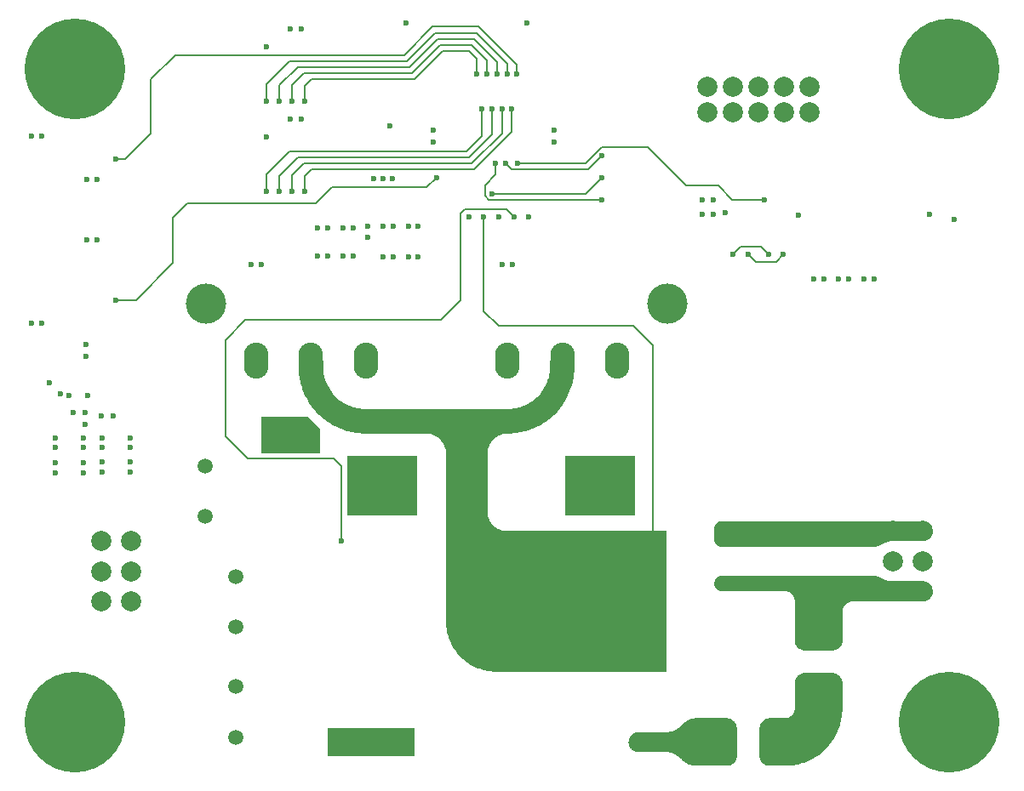
<source format=gbr>
%TF.GenerationSoftware,Altium Limited,Altium Designer,25.1.2 (22)*%
G04 Layer_Physical_Order=4*
G04 Layer_Color=16776960*
%FSLAX45Y45*%
%MOMM*%
%TF.SameCoordinates,CB1A417E-7DD8-4276-B15B-71DB2DCBA6F7*%
%TF.FilePolarity,Positive*%
%TF.FileFunction,Copper,L4,Bot,Signal*%
%TF.Part,Single*%
G01*
G75*
%TA.AperFunction,Conductor*%
%ADD10C,0.20000*%
%TA.AperFunction,ComponentPad*%
%ADD43O,2.44000X3.60000*%
%TA.AperFunction,ViaPad*%
%ADD44C,10.00000*%
%TA.AperFunction,ComponentPad*%
%ADD45C,2.00000*%
%ADD46C,4.00000*%
%ADD47C,1.50000*%
%TA.AperFunction,ViaPad*%
%ADD48C,0.60000*%
G36*
X5572000Y4137499D02*
X5572000D01*
Y4126601D01*
X5571287Y4104816D01*
X5569861Y4083066D01*
X5567724Y4061374D01*
X5564879Y4039764D01*
X5561329Y4018258D01*
X5557077Y3996880D01*
X5552127Y3975653D01*
X5546485Y3954599D01*
X5540158Y3933740D01*
X5533152Y3913101D01*
X5525474Y3892701D01*
X5517133Y3872563D01*
X5508137Y3852709D01*
X5498496Y3833160D01*
X5488222Y3813938D01*
X5477323Y3795061D01*
X5465813Y3776551D01*
X5453704Y3758428D01*
X5441007Y3740710D01*
X5427738Y3723418D01*
X5413911Y3706569D01*
X5399539Y3690181D01*
X5384639Y3674272D01*
X5369226Y3658860D01*
X5353318Y3643959D01*
X5336930Y3629588D01*
X5320081Y3615760D01*
X5302788Y3602491D01*
X5285071Y3589795D01*
X5266948Y3577686D01*
X5248438Y3566175D01*
X5229561Y3555277D01*
X5210338Y3545002D01*
X5190789Y3535361D01*
X5170935Y3526366D01*
X5150798Y3518024D01*
X5130398Y3510347D01*
X5109758Y3503340D01*
X5088900Y3497013D01*
X5067846Y3491372D01*
X5046618Y3486422D01*
X5025240Y3482170D01*
X5003735Y3478619D01*
X4982125Y3475774D01*
X4960433Y3473638D01*
X4938683Y3472212D01*
X4916898Y3471499D01*
X4905999D01*
Y3471499D01*
X4900390Y3471420D01*
X4889189Y3470791D01*
X4878041Y3469535D01*
X4866981Y3467655D01*
X4856044Y3465159D01*
X4845264Y3462054D01*
X4834675Y3458348D01*
X4824310Y3454055D01*
X4814203Y3449187D01*
X4804384Y3443761D01*
X4794885Y3437792D01*
X4785736Y3431300D01*
X4776965Y3424306D01*
X4768600Y3416831D01*
X4760667Y3408898D01*
X4753192Y3400533D01*
X4746197Y3391762D01*
X4739705Y3382612D01*
X4733737Y3373114D01*
X4728310Y3363295D01*
X4723443Y3353187D01*
X4719150Y3342823D01*
X4715444Y3332234D01*
X4712339Y3321454D01*
X4709842Y3310517D01*
X4707963Y3299457D01*
X4706707Y3288309D01*
X4706078Y3277108D01*
X4705999Y3271499D01*
X4705999Y2700000D01*
X4705999D01*
X4706078Y2694391D01*
X4706707Y2683190D01*
X4707963Y2672042D01*
X4709842Y2660982D01*
X4712339Y2650045D01*
X4715444Y2639265D01*
X4719150Y2628676D01*
X4723443Y2618311D01*
X4728310Y2608204D01*
X4733737Y2598385D01*
X4739705Y2588886D01*
X4746197Y2579737D01*
X4753192Y2570966D01*
X4760667Y2562601D01*
X4768600Y2554668D01*
X4776965Y2547193D01*
X4785736Y2540198D01*
X4794885Y2533706D01*
X4804384Y2527738D01*
X4814203Y2522311D01*
X4824310Y2517444D01*
X4834675Y2513150D01*
X4845264Y2509445D01*
X4856044Y2506339D01*
X4866981Y2503843D01*
X4878041Y2501964D01*
X4889189Y2500708D01*
X4900390Y2500079D01*
X4905999Y2500000D01*
X6485000Y2500000D01*
Y1100000D01*
X4794001D01*
Y1100000D01*
X4784182D01*
X4764560Y1100771D01*
X4744983Y1102312D01*
X4725482Y1104620D01*
X4706086Y1107692D01*
X4686826Y1111523D01*
X4667731Y1116107D01*
X4648831Y1121438D01*
X4630154Y1127506D01*
X4611731Y1134303D01*
X4593588Y1141818D01*
X4575754Y1150039D01*
X4558257Y1158955D01*
X4541124Y1168550D01*
X4524380Y1178810D01*
X4508052Y1189720D01*
X4492165Y1201263D01*
X4476743Y1213420D01*
X4461811Y1226174D01*
X4447391Y1239504D01*
X4433505Y1253390D01*
X4420175Y1267810D01*
X4407421Y1282742D01*
X4395264Y1298164D01*
X4383721Y1314051D01*
X4372811Y1330379D01*
X4362551Y1347123D01*
X4352955Y1364256D01*
X4344040Y1381753D01*
X4335819Y1399587D01*
X4328304Y1417730D01*
X4321507Y1436153D01*
X4315439Y1454830D01*
X4310108Y1473730D01*
X4305524Y1492825D01*
X4301693Y1512085D01*
X4298621Y1531481D01*
X4296313Y1550982D01*
X4294772Y1570559D01*
X4294001Y1590181D01*
Y1600000D01*
X4294001Y3271499D01*
X4294001D01*
X4293922Y3277108D01*
X4293293Y3288309D01*
X4292037Y3299457D01*
X4290158Y3310517D01*
X4287661Y3321454D01*
X4284556Y3332234D01*
X4280850Y3342823D01*
X4276557Y3353187D01*
X4271690Y3363295D01*
X4266263Y3373114D01*
X4260295Y3382612D01*
X4253803Y3391762D01*
X4246808Y3400533D01*
X4239333Y3408898D01*
X4231400Y3416831D01*
X4223035Y3424306D01*
X4214264Y3431300D01*
X4205115Y3437792D01*
X4195616Y3443761D01*
X4185797Y3449187D01*
X4175690Y3454055D01*
X4165325Y3458348D01*
X4154736Y3462054D01*
X4143956Y3465159D01*
X4133019Y3467655D01*
X4121959Y3469535D01*
X4110811Y3470791D01*
X4099610Y3471420D01*
X4094001Y3471499D01*
X3494001Y3471499D01*
Y3471499D01*
X3483102D01*
X3461317Y3472212D01*
X3439567Y3473638D01*
X3417875Y3475774D01*
X3396265Y3478619D01*
X3374759Y3482170D01*
X3353381Y3486422D01*
X3332154Y3491372D01*
X3311100Y3497013D01*
X3290242Y3503340D01*
X3269602Y3510347D01*
X3249202Y3518024D01*
X3229064Y3526366D01*
X3209210Y3535361D01*
X3189662Y3545002D01*
X3170439Y3555277D01*
X3151562Y3566175D01*
X3133052Y3577686D01*
X3114929Y3589795D01*
X3097211Y3602491D01*
X3079919Y3615760D01*
X3063070Y3629588D01*
X3046682Y3643959D01*
X3030773Y3658860D01*
X3015361Y3674272D01*
X3000461Y3690181D01*
X2986089Y3706569D01*
X2972261Y3723418D01*
X2958992Y3740710D01*
X2946296Y3758428D01*
X2934187Y3776551D01*
X2922676Y3795061D01*
X2911778Y3813938D01*
X2901503Y3833160D01*
X2891863Y3852709D01*
X2882867Y3872563D01*
X2874526Y3892701D01*
X2866848Y3913101D01*
X2859841Y3933740D01*
X2853514Y3954599D01*
X2847873Y3975653D01*
X2842923Y3996880D01*
X2838671Y4018258D01*
X2835120Y4039764D01*
X2832275Y4061374D01*
X2830139Y4083066D01*
X2828713Y4104816D01*
X2828000Y4126601D01*
Y4137499D01*
X2828000Y4195500D01*
X3072000D01*
Y4137499D01*
X3072000D01*
X3072081Y4129214D01*
X3072732Y4112656D01*
X3074032Y4096136D01*
X3075980Y4079680D01*
X3078572Y4063313D01*
X3081805Y4047061D01*
X3085673Y4030948D01*
X3090171Y4014999D01*
X3095292Y3999239D01*
X3101027Y3983693D01*
X3107369Y3968383D01*
X3114306Y3953334D01*
X3121829Y3938570D01*
X3129926Y3924112D01*
X3138585Y3909983D01*
X3147791Y3896205D01*
X3157531Y3882798D01*
X3167790Y3869785D01*
X3178552Y3857185D01*
X3189800Y3845016D01*
X3201517Y3833299D01*
X3213686Y3822051D01*
X3226286Y3811289D01*
X3239300Y3801030D01*
X3252706Y3791290D01*
X3266484Y3782083D01*
X3280613Y3773425D01*
X3295071Y3765328D01*
X3309836Y3757805D01*
X3324884Y3750868D01*
X3340194Y3744526D01*
X3355740Y3738791D01*
X3371500Y3733670D01*
X3387449Y3729172D01*
X3403562Y3725304D01*
X3419814Y3722071D01*
X3436181Y3719479D01*
X3452637Y3717531D01*
X3469157Y3716231D01*
X3485715Y3715580D01*
X3494001Y3715499D01*
X4906000Y3715499D01*
X4914285Y3715580D01*
X4930843Y3716231D01*
X4947363Y3717531D01*
X4963819Y3719478D01*
X4980186Y3722071D01*
X4996438Y3725303D01*
X5012551Y3729172D01*
X5028500Y3733670D01*
X5044260Y3738791D01*
X5059806Y3744526D01*
X5075116Y3750867D01*
X5090165Y3757805D01*
X5104929Y3765328D01*
X5119387Y3773425D01*
X5133516Y3782083D01*
X5147295Y3791289D01*
X5160701Y3801029D01*
X5173714Y3811288D01*
X5186314Y3822050D01*
X5198483Y3833298D01*
X5210200Y3845016D01*
X5221449Y3857184D01*
X5232210Y3869785D01*
X5242469Y3882798D01*
X5252209Y3896204D01*
X5261416Y3909982D01*
X5270074Y3924111D01*
X5278171Y3938569D01*
X5285694Y3953334D01*
X5292631Y3968383D01*
X5298973Y3983692D01*
X5304708Y3999239D01*
X5309829Y4014999D01*
X5314327Y4030947D01*
X5318195Y4047060D01*
X5321428Y4063313D01*
X5324020Y4079679D01*
X5325968Y4096135D01*
X5327268Y4112655D01*
X5327918Y4129213D01*
X5328000Y4137499D01*
Y4195500D01*
X5572000D01*
Y4137499D01*
D02*
G37*
G36*
X3040000Y3520000D02*
Y3275000D01*
X2460000D01*
Y3640000D01*
X2920000D01*
X3040000Y3520000D01*
D02*
G37*
G36*
X4004500Y2655500D02*
X3315500D01*
Y3244500D01*
X4004500D01*
Y2655500D01*
D02*
G37*
G36*
X6172500Y2655500D02*
X5483500D01*
Y3244500D01*
X6172500D01*
Y2655500D01*
D02*
G37*
G36*
X9048065Y2599239D02*
X9056664Y2597723D01*
X9065099Y2595463D01*
X9073305Y2592476D01*
X9081219Y2588786D01*
X9088781Y2584420D01*
X9095934Y2579411D01*
X9102623Y2573798D01*
X9108798Y2567623D01*
X9114411Y2560934D01*
X9119419Y2553781D01*
X9123785Y2546219D01*
X9127476Y2538305D01*
X9130463Y2530099D01*
X9132722Y2521665D01*
X9134239Y2513065D01*
X9135000Y2504366D01*
Y2495634D01*
X9134239Y2486935D01*
X9132722Y2478335D01*
X9130463Y2469901D01*
X9127476Y2461695D01*
X9123785Y2453781D01*
X9119419Y2446219D01*
X9114411Y2439066D01*
X9108798Y2432377D01*
X9102623Y2426202D01*
X9095934Y2420589D01*
X9088781Y2415580D01*
X9081219Y2411214D01*
X9073305Y2407524D01*
X9065099Y2404537D01*
X9056664Y2402277D01*
X9048065Y2400761D01*
X9039366Y2400000D01*
X8735000D01*
X8735000Y2400000D01*
X8730477Y2399948D01*
X8721440Y2399540D01*
X8712430Y2398722D01*
X8703467Y2397498D01*
X8694568Y2395870D01*
X8685753Y2393842D01*
X8677037Y2391416D01*
X8668441Y2388599D01*
X8659980Y2385397D01*
X8651673Y2381815D01*
X8643537Y2377861D01*
X8635588Y2373543D01*
X8631688Y2371250D01*
X8631688Y2371250D01*
X8627814Y2368913D01*
X8619863Y2364594D01*
X8611724Y2360639D01*
X8603415Y2357056D01*
X8594952Y2353852D01*
X8586353Y2351035D01*
X8577636Y2348609D01*
X8568818Y2346579D01*
X8559917Y2344951D01*
X8550951Y2343727D01*
X8541940Y2342909D01*
X8532900Y2342500D01*
X7036192D01*
X7028614Y2343246D01*
X7021146Y2344732D01*
X7013859Y2346942D01*
X7006824Y2349856D01*
X7000108Y2353446D01*
X6993777Y2357676D01*
X6987891Y2362507D01*
X6982506Y2367891D01*
X6977676Y2373778D01*
X6973445Y2380109D01*
X6969856Y2386824D01*
X6966942Y2393859D01*
X6964732Y2401146D01*
X6963246Y2408614D01*
X6962500Y2416193D01*
Y2420000D01*
Y2522500D01*
Y2526307D01*
X6963246Y2533885D01*
X6964732Y2541354D01*
X6966942Y2548641D01*
X6969856Y2555676D01*
X6973445Y2562391D01*
X6977676Y2568722D01*
X6982506Y2574609D01*
X6987891Y2579993D01*
X6993777Y2584824D01*
X7000108Y2589054D01*
X7006824Y2592644D01*
X7013859Y2595558D01*
X7021146Y2597768D01*
X7028614Y2599254D01*
X7036192Y2600000D01*
X9039366D01*
X9048065Y2599239D01*
D02*
G37*
G36*
X8541940Y2057090D02*
X8550951Y2056273D01*
X8559917Y2055048D01*
X8568818Y2053420D01*
X8577636Y2051391D01*
X8586354Y2048965D01*
X8594952Y2046148D01*
X8603415Y2042944D01*
X8611724Y2039361D01*
X8619863Y2035406D01*
X8627814Y2031087D01*
X8631688Y2028750D01*
X8635588Y2026457D01*
X8643537Y2022139D01*
X8651673Y2018185D01*
X8659980Y2014603D01*
X8668441Y2011400D01*
X8677037Y2008583D01*
X8685753Y2006158D01*
X8694568Y2004129D01*
X8703467Y2002501D01*
X8712430Y2001277D01*
X8721440Y2000460D01*
X8730477Y2000051D01*
X8735000Y2000000D01*
X9039366D01*
X9048065Y1999239D01*
X9056664Y1997722D01*
X9065099Y1995463D01*
X9073305Y1992476D01*
X9081219Y1988785D01*
X9088781Y1984419D01*
X9095934Y1979411D01*
X9102623Y1973798D01*
X9108798Y1967623D01*
X9114411Y1960934D01*
X9119419Y1953781D01*
X9123785Y1946219D01*
X9127476Y1938305D01*
X9130463Y1930099D01*
X9132722Y1921664D01*
X9134239Y1913065D01*
X9135000Y1904366D01*
Y1895634D01*
X9134239Y1886935D01*
X9132722Y1878335D01*
X9130463Y1869901D01*
X9127476Y1861695D01*
X9123785Y1853781D01*
X9119419Y1846219D01*
X9114411Y1839066D01*
X9108798Y1832377D01*
X9102623Y1826202D01*
X9095934Y1820589D01*
X9088781Y1815580D01*
X9081219Y1811214D01*
X9073305Y1807524D01*
X9065099Y1804537D01*
X9056664Y1802277D01*
X9048065Y1800761D01*
X9039366Y1800000D01*
X8337150D01*
X8333224Y1799923D01*
X8325396Y1799307D01*
X8317641Y1798078D01*
X8310006Y1796245D01*
X8302538Y1793819D01*
X8295284Y1790814D01*
X8288288Y1787249D01*
X8281593Y1783147D01*
X8275241Y1778532D01*
X8269270Y1773432D01*
X8263718Y1767880D01*
X8258618Y1761909D01*
X8254003Y1755557D01*
X8249900Y1748862D01*
X8246336Y1741866D01*
X8243331Y1734611D01*
X8240905Y1727144D01*
X8239071Y1719509D01*
X8237843Y1711753D01*
X8237227Y1703926D01*
X8237150Y1700000D01*
Y1413050D01*
Y1409121D01*
X8236533Y1401287D01*
X8235304Y1393526D01*
X8233470Y1385885D01*
X8231041Y1378411D01*
X8228034Y1371151D01*
X8224467Y1364150D01*
X8220361Y1357450D01*
X8215742Y1351093D01*
X8210639Y1345117D01*
X8205082Y1339561D01*
X8199107Y1334457D01*
X8192750Y1329839D01*
X8186050Y1325733D01*
X8179048Y1322165D01*
X8171788Y1319158D01*
X8164315Y1316730D01*
X8156674Y1314895D01*
X8148913Y1313666D01*
X8141079Y1313050D01*
X7858921D01*
X7851087Y1313666D01*
X7843326Y1314895D01*
X7835685Y1316730D01*
X7828211Y1319158D01*
X7820952Y1322165D01*
X7813950Y1325733D01*
X7807250Y1329839D01*
X7800893Y1334457D01*
X7794917Y1339561D01*
X7789361Y1345117D01*
X7784257Y1351093D01*
X7779639Y1357450D01*
X7775533Y1364150D01*
X7771965Y1371151D01*
X7768958Y1378411D01*
X7766530Y1385885D01*
X7764695Y1393526D01*
X7763466Y1401287D01*
X7762850Y1409121D01*
Y1413050D01*
Y1802500D01*
X7762773Y1806425D01*
X7762157Y1814253D01*
X7760928Y1822009D01*
X7759095Y1829644D01*
X7756669Y1837111D01*
X7753664Y1844365D01*
X7750099Y1851362D01*
X7745997Y1858056D01*
X7741382Y1864409D01*
X7736282Y1870380D01*
X7730730Y1875932D01*
X7724759Y1881031D01*
X7718407Y1885646D01*
X7711712Y1889749D01*
X7704716Y1893314D01*
X7697461Y1896319D01*
X7689994Y1898745D01*
X7682359Y1900578D01*
X7674603Y1901806D01*
X7666776Y1902422D01*
X7662850Y1902500D01*
X7036192D01*
X7028614Y1903246D01*
X7021146Y1904732D01*
X7013859Y1906942D01*
X7006824Y1909856D01*
X7000108Y1913445D01*
X6993777Y1917676D01*
X6987891Y1922506D01*
X6982506Y1927891D01*
X6977676Y1933777D01*
X6973445Y1940108D01*
X6969856Y1946824D01*
X6966942Y1953859D01*
X6964732Y1961146D01*
X6963246Y1968614D01*
X6962500Y1976192D01*
Y1983807D01*
X6963246Y1991385D01*
X6964732Y1998853D01*
X6966942Y2006140D01*
X6969856Y2013175D01*
X6973445Y2019891D01*
X6977676Y2026222D01*
X6982506Y2032108D01*
X6987891Y2037492D01*
X6993777Y2042323D01*
X7000108Y2046554D01*
X7006824Y2050143D01*
X7013859Y2053057D01*
X7021146Y2055267D01*
X7028614Y2056753D01*
X7036192Y2057500D01*
X8532900D01*
X8541940Y2057090D01*
D02*
G37*
G36*
X3980000Y260000D02*
X3115000D01*
Y540000D01*
X3980000D01*
Y260000D01*
D02*
G37*
G36*
X8148913Y1086333D02*
X8156674Y1085104D01*
X8164315Y1083269D01*
X8171788Y1080841D01*
X8179048Y1077834D01*
X8186050Y1074267D01*
X8192750Y1070161D01*
X8199107Y1065542D01*
X8205082Y1060439D01*
X8210639Y1054882D01*
X8215742Y1048907D01*
X8220361Y1042550D01*
X8224467Y1035850D01*
X8228034Y1028848D01*
X8231041Y1021588D01*
X8233470Y1014115D01*
X8235304Y1006474D01*
X8236533Y998713D01*
X8237150Y990879D01*
Y986950D01*
Y737150D01*
Y726898D01*
X8236418Y706406D01*
X8234955Y685954D01*
X8232764Y665567D01*
X8229845Y645270D01*
X8226205Y625092D01*
X8221846Y605056D01*
X8216775Y585188D01*
X8210998Y565514D01*
X8204523Y546059D01*
X8197357Y526847D01*
X8189511Y507903D01*
X8180993Y489251D01*
X8171814Y470915D01*
X8161987Y452919D01*
X8151525Y435285D01*
X8140439Y418035D01*
X8128745Y401192D01*
X8116457Y384777D01*
X8103591Y368812D01*
X8090163Y353315D01*
X8076191Y338308D01*
X8061692Y323809D01*
X8046685Y309837D01*
X8031188Y296409D01*
X8015222Y283543D01*
X7998808Y271255D01*
X7981965Y259561D01*
X7964715Y248475D01*
X7947081Y238012D01*
X7929084Y228185D01*
X7910748Y219007D01*
X7892097Y210489D01*
X7873153Y202642D01*
X7853941Y195477D01*
X7834486Y189001D01*
X7814812Y183224D01*
X7794944Y178154D01*
X7774908Y173795D01*
X7754729Y170154D01*
X7734433Y167236D01*
X7714046Y165044D01*
X7693594Y163582D01*
X7673102Y162850D01*
X7509121D01*
X7501287Y163466D01*
X7493526Y164695D01*
X7485885Y166530D01*
X7478411Y168958D01*
X7471151Y171965D01*
X7464150Y175533D01*
X7457450Y179639D01*
X7451093Y184257D01*
X7445117Y189361D01*
X7439561Y194917D01*
X7434457Y200893D01*
X7429839Y207250D01*
X7425733Y213950D01*
X7422165Y220952D01*
X7419158Y228211D01*
X7416730Y235685D01*
X7414895Y243326D01*
X7413666Y251087D01*
X7413050Y258921D01*
Y262850D01*
Y537150D01*
Y541079D01*
X7413666Y548913D01*
X7414895Y556674D01*
X7416730Y564315D01*
X7419158Y571788D01*
X7422165Y579048D01*
X7425733Y586050D01*
X7429839Y592750D01*
X7434457Y599107D01*
X7439561Y605082D01*
X7445117Y610639D01*
X7451093Y615742D01*
X7457450Y620361D01*
X7464150Y624467D01*
X7471151Y628034D01*
X7478411Y631041D01*
X7485885Y633470D01*
X7493526Y635304D01*
X7501287Y636533D01*
X7509121Y637150D01*
X7662850D01*
X7666776Y637227D01*
X7674603Y637843D01*
X7682359Y639071D01*
X7689994Y640904D01*
X7697461Y643331D01*
X7704716Y646336D01*
X7711712Y649900D01*
X7718407Y654003D01*
X7724759Y658618D01*
X7730730Y663718D01*
X7736282Y669270D01*
X7741382Y675241D01*
X7745997Y681593D01*
X7750099Y688288D01*
X7753664Y695284D01*
X7756669Y702538D01*
X7759095Y710006D01*
X7760928Y717641D01*
X7762157Y725396D01*
X7762773Y733224D01*
X7762850Y737150D01*
Y986950D01*
Y990879D01*
X7763466Y998713D01*
X7764695Y1006474D01*
X7766530Y1014115D01*
X7768958Y1021588D01*
X7771965Y1028848D01*
X7775533Y1035850D01*
X7779639Y1042550D01*
X7784257Y1048907D01*
X7789361Y1054882D01*
X7794917Y1060439D01*
X7800893Y1065542D01*
X7807250Y1070161D01*
X7813950Y1074267D01*
X7820952Y1077834D01*
X7828211Y1080841D01*
X7835685Y1083269D01*
X7843326Y1085104D01*
X7851087Y1086333D01*
X7858921Y1086950D01*
X8141079D01*
X8148913Y1086333D01*
D02*
G37*
G36*
X7086950Y637150D02*
X7090879D01*
X7098713Y636533D01*
X7106474Y635304D01*
X7114115Y633469D01*
X7121588Y631041D01*
X7128848Y628034D01*
X7135850Y624467D01*
X7142550Y620361D01*
X7148907Y615742D01*
X7154882Y610639D01*
X7160439Y605082D01*
X7165542Y599107D01*
X7170161Y592750D01*
X7174267Y586050D01*
X7177834Y579048D01*
X7180841Y571788D01*
X7183269Y564315D01*
X7185104Y556674D01*
X7186333Y548913D01*
X7186950Y541079D01*
Y537150D01*
X7186950D01*
X7186950Y262850D01*
Y258920D01*
X7186333Y251087D01*
X7185104Y243325D01*
X7183269Y235685D01*
X7180841Y228211D01*
X7177834Y220951D01*
X7174267Y213950D01*
X7170161Y207250D01*
X7165542Y200892D01*
X7160439Y194917D01*
X7154882Y189361D01*
X7148907Y184257D01*
X7142549Y179638D01*
X7135849Y175533D01*
X7128848Y171965D01*
X7121588Y168958D01*
X7114115Y166530D01*
X7106474Y164695D01*
X7098712Y163466D01*
X7090879Y162850D01*
X7086950Y162850D01*
X6781175D01*
X6770515Y163419D01*
X6759901Y164556D01*
X6749362Y166258D01*
X6738930Y168519D01*
X6728632Y171334D01*
X6718500Y174694D01*
X6708561Y178589D01*
X6698844Y183009D01*
X6689377Y187941D01*
X6680186Y193371D01*
X6671298Y199283D01*
X6662738Y205661D01*
X6654530Y212487D01*
X6646698Y219740D01*
X6639264Y227401D01*
X6635756Y231425D01*
X6632196Y235400D01*
X6624765Y243058D01*
X6616935Y250309D01*
X6608731Y257132D01*
X6600173Y263508D01*
X6591289Y269418D01*
X6582101Y274846D01*
X6572637Y279776D01*
X6562923Y284195D01*
X6552988Y288089D01*
X6542859Y291447D01*
X6532566Y294261D01*
X6522137Y296521D01*
X6511602Y298222D01*
X6500991Y299359D01*
X6490335Y299928D01*
X6485000Y299999D01*
X6485000Y300000D01*
X6205634D01*
X6196935Y300761D01*
X6188335Y302277D01*
X6179901Y304537D01*
X6171695Y307524D01*
X6163781Y311214D01*
X6156219Y315580D01*
X6149066Y320589D01*
X6142377Y326202D01*
X6136202Y332377D01*
X6130589Y339066D01*
X6125580Y346219D01*
X6121214Y353781D01*
X6117524Y361695D01*
X6114537Y369901D01*
X6112277Y378335D01*
X6110761Y386935D01*
X6110000Y395634D01*
Y404366D01*
X6110761Y413065D01*
X6112277Y421664D01*
X6114537Y430099D01*
X6117524Y438305D01*
X6121214Y446219D01*
X6125580Y453781D01*
X6130589Y460934D01*
X6136202Y467623D01*
X6142377Y473798D01*
X6149066Y479411D01*
X6156219Y484419D01*
X6163781Y488785D01*
X6171695Y492476D01*
X6179901Y495463D01*
X6188335Y497722D01*
X6196935Y499239D01*
X6205634Y500000D01*
X6485000D01*
X6490336Y500071D01*
X6500992Y500640D01*
X6511602Y501777D01*
X6522137Y503478D01*
X6532566Y505738D01*
X6542860Y508552D01*
X6552988Y511911D01*
X6562924Y515805D01*
X6572637Y520223D01*
X6582101Y525153D01*
X6591289Y530581D01*
X6600174Y536491D01*
X6608731Y542867D01*
X6616936Y549690D01*
X6624765Y556941D01*
X6632196Y564600D01*
X6635756Y568575D01*
X6635756D01*
X6639264Y572598D01*
X6646698Y580259D01*
X6654530Y587512D01*
X6662738Y594338D01*
X6671298Y600716D01*
X6680186Y606628D01*
X6689377Y612058D01*
X6698844Y616990D01*
X6708561Y621410D01*
X6718500Y625306D01*
X6728632Y628666D01*
X6738930Y631480D01*
X6749363Y633741D01*
X6759901Y635443D01*
X6770515Y636580D01*
X6781175Y637150D01*
X6786513D01*
X6786513Y637150D01*
X7086950Y637150D01*
D02*
G37*
D10*
X1210000Y4800000D02*
X1580000Y5170000D01*
Y5620000D02*
X1720000Y5760000D01*
X1580000Y5170000D02*
Y5620000D01*
X1720000Y5760000D02*
X3000000D01*
X1010000Y4800000D02*
X1210000D01*
X2320000Y3220000D02*
X3180000D01*
X2100000Y3440000D02*
X2320000Y3220000D01*
X3180000D02*
X3252500Y3147500D01*
X5680477Y6160477D02*
X5840000Y6320000D01*
X5002470Y6160477D02*
X5680477D01*
X5840000Y6320000D02*
X6300000D01*
X5704999Y6100000D02*
X5844999Y6240000D01*
X4887470Y6160477D02*
X4947947Y6100000D01*
X5704999D01*
X4240000Y4600000D02*
X4440000Y4800000D01*
X2300000Y4600000D02*
X4240000D01*
X2100000Y4400000D02*
X2300000Y4600000D01*
X2100000Y3440000D02*
Y4400000D01*
X3252500Y2400000D02*
Y3147500D01*
X4440000Y4800000D02*
Y5660000D01*
X4480000Y5700000D01*
X4893974D01*
X4968735Y5625239D01*
X4668735Y4691265D02*
Y5625239D01*
Y4691265D02*
X4820000Y4540000D01*
X6160000D01*
X6347500Y4352500D01*
Y2450000D02*
Y4352500D01*
X3000000Y5760000D02*
X3160000Y5920000D01*
X4100000D01*
X4200000Y6020000D01*
X7142500Y5797500D02*
X7462500D01*
X7000000Y5940000D02*
X7142500Y5797500D01*
X6680000Y5940000D02*
X7000000D01*
X6300000Y6320000D02*
X6680000Y5940000D01*
X4160589Y7520000D02*
X4619411D01*
X1010000Y6200000D02*
X1100000D01*
X1360000Y6460000D01*
Y7000000D01*
X1600000Y7240000D01*
X3880589D01*
X4160589Y7520000D01*
X4619411D02*
X5000000Y7139411D01*
Y7050000D02*
Y7139411D01*
X4900000Y7050000D02*
Y7154558D01*
X4800000Y7050000D02*
Y7169705D01*
X4700000Y7050000D02*
Y7184853D01*
X4600000Y7050000D02*
Y7200000D01*
X4569706Y7400000D02*
X4800000Y7169705D01*
X4544853Y7340000D02*
X4700000Y7184853D01*
X4594559Y7460000D02*
X4900000Y7154558D01*
X4520000Y7280000D02*
X4600000Y7200000D01*
X4650000Y6430000D02*
Y6700000D01*
X4750000Y6445147D02*
Y6700000D01*
X4850000Y6460294D02*
Y6700000D01*
X4950000Y6475441D02*
Y6700000D01*
X4185441Y7460000D02*
X4594559D01*
X4210294Y7400000D02*
X4569706D01*
X4235147Y7340000D02*
X4544853D01*
X4260000Y7280000D02*
X4520000D01*
X3905442Y7180000D02*
X4185441Y7460000D01*
X3930294Y7120000D02*
X4210294Y7400000D01*
X3955147Y7060000D02*
X4235147Y7340000D01*
X3980000Y7000000D02*
X4260000Y7280000D01*
X4549706Y6160000D02*
X4850000Y6460294D01*
X4574558Y6100000D02*
X4950000Y6475441D01*
X4524853Y6220000D02*
X4750000Y6445147D01*
X4500000Y6280000D02*
X4650000Y6430000D01*
X5684999Y5860000D02*
X5845000Y6020000D01*
X4750000Y5860000D02*
X5684999D01*
X4787470Y6047470D02*
Y6160477D01*
X4680000Y5940000D02*
X4787470Y6047470D01*
X4680000Y5840000D02*
Y5940000D01*
Y5840000D02*
X4720000Y5800000D01*
X5845000D01*
X2890500Y6780000D02*
Y6930500D01*
X2960000Y7000000D01*
X3980000D01*
X2763500Y6780000D02*
Y6943500D01*
X2880000Y7060000D01*
X3955147D01*
X2636500Y6780000D02*
Y6936499D01*
X2820000Y7120000D01*
X3930294D01*
X2509500Y6780000D02*
Y6949500D01*
X2740000Y7180000D01*
X3905442D01*
X2890500Y5880000D02*
Y6030500D01*
X2960000Y6100000D01*
X4574558D01*
X2763500Y5880000D02*
Y6043500D01*
X2880000Y6160000D01*
X4549706D01*
X2636500Y5880000D02*
Y6036499D01*
X2820000Y6220000D01*
X4524853D01*
X2509500Y5880000D02*
Y6049500D01*
X2740000Y6280000D01*
X4500000D01*
X7425000Y5329999D02*
X7500000Y5255000D01*
X7225000Y5329999D02*
X7425000D01*
X7150000Y5255000D02*
X7225000Y5329999D01*
X7300000Y5255000D02*
X7374999Y5180000D01*
X7575000D01*
X7650000Y5255000D01*
D43*
X5994000Y4195500D02*
D03*
X5450000D02*
D03*
X4906000D02*
D03*
X3494000D02*
D03*
X2950000D02*
D03*
X2406000D02*
D03*
D44*
X9300000Y600000D02*
D03*
Y7100000D02*
D03*
X600000D02*
D03*
Y600000D02*
D03*
D45*
X6892000Y6673000D02*
D03*
Y6927000D02*
D03*
X7146000Y6673000D02*
D03*
Y6927000D02*
D03*
X7400000Y6673000D02*
D03*
Y6927000D02*
D03*
X7654000Y6673000D02*
D03*
Y6927000D02*
D03*
X7908000Y6673000D02*
D03*
Y6927000D02*
D03*
X8735000Y1900000D02*
D03*
Y2200000D02*
D03*
Y2500000D02*
D03*
X9035000Y1900000D02*
D03*
Y2200000D02*
D03*
Y2500000D02*
D03*
X1165000Y2400000D02*
D03*
Y2100000D02*
D03*
Y1800000D02*
D03*
X865000Y2400000D02*
D03*
Y2100000D02*
D03*
Y1800000D02*
D03*
D46*
X6497000Y4767000D02*
D03*
X1903000D02*
D03*
D47*
X2200000Y450000D02*
D03*
X2200000Y950000D02*
D03*
X2200000Y1550000D02*
D03*
X2200000Y2050000D02*
D03*
X1900000Y2650000D02*
D03*
X1900000Y3150000D02*
D03*
D48*
X3150001Y400000D02*
D03*
Y500000D02*
D03*
Y300000D02*
D03*
X3250000Y400000D02*
D03*
Y300000D02*
D03*
Y500000D02*
D03*
X3350000Y400000D02*
D03*
Y500000D02*
D03*
Y300000D02*
D03*
X2900000Y3305000D02*
D03*
X3000000D02*
D03*
X2800000D02*
D03*
X2600000D02*
D03*
X2700000D02*
D03*
X2500000D02*
D03*
X6397500Y400000D02*
D03*
X6297500D02*
D03*
X7079000Y350000D02*
D03*
Y450000D02*
D03*
X7521000Y350000D02*
D03*
Y450000D02*
D03*
X7950000Y979000D02*
D03*
X8050000D02*
D03*
Y1420999D02*
D03*
X7950000D02*
D03*
X8150000Y1980000D02*
D03*
X8250000D02*
D03*
X7800000D02*
D03*
X7900000D02*
D03*
X7450000Y1979999D02*
D03*
X7550000D02*
D03*
X7100000Y1979999D02*
D03*
X7200000D02*
D03*
X2700000Y3505000D02*
D03*
X2500000D02*
D03*
X2600000D02*
D03*
X2500000Y3405000D02*
D03*
X2700000D02*
D03*
X2600000D02*
D03*
Y3605000D02*
D03*
X2700000Y3605000D02*
D03*
X2500000D02*
D03*
X3000000Y3505000D02*
D03*
X2800000D02*
D03*
X2900000D02*
D03*
X2800000Y3405000D02*
D03*
X3000000D02*
D03*
X2900000D02*
D03*
Y3605000D02*
D03*
X2800000Y3605000D02*
D03*
X3550000Y300000D02*
D03*
Y500000D02*
D03*
Y400000D02*
D03*
X3450000Y500000D02*
D03*
Y300000D02*
D03*
Y400000D02*
D03*
X3950000Y300000D02*
D03*
Y500000D02*
D03*
X3950000Y400000D02*
D03*
X3850000Y500000D02*
D03*
Y300000D02*
D03*
Y400000D02*
D03*
X3750000D02*
D03*
Y300000D02*
D03*
Y500000D02*
D03*
X3650000Y400000D02*
D03*
X3650000Y300000D02*
D03*
Y500000D02*
D03*
X5628000Y3200000D02*
D03*
X5828000D02*
D03*
X5728000D02*
D03*
X5628000Y3100000D02*
D03*
X5828000D02*
D03*
X5728000D02*
D03*
X5628000Y3000000D02*
D03*
X5828000D02*
D03*
X5728000D02*
D03*
X5528000Y3200000D02*
D03*
Y3000000D02*
D03*
Y3100000D02*
D03*
X5828000Y2900000D02*
D03*
X5628000D02*
D03*
X5728000D02*
D03*
X5528000Y2700000D02*
D03*
Y2900000D02*
D03*
Y2800000D02*
D03*
X5828000D02*
D03*
X5628000D02*
D03*
X5728000D02*
D03*
X5828000Y2700000D02*
D03*
X5628000D02*
D03*
X5728000D02*
D03*
X6128000Y2900000D02*
D03*
X5928000D02*
D03*
X6028000D02*
D03*
X6128000Y2800000D02*
D03*
X5928000D02*
D03*
X6028000D02*
D03*
X6128000Y2700000D02*
D03*
X5928000D02*
D03*
X6028000D02*
D03*
Y3000000D02*
D03*
X5928000D02*
D03*
X6128000D02*
D03*
X5928000Y3100000D02*
D03*
Y3200000D02*
D03*
X6128000Y3100000D02*
D03*
X6028000D02*
D03*
X6128000Y3200000D02*
D03*
X6028000D02*
D03*
X3460000Y3200000D02*
D03*
X3360000D02*
D03*
X3460000Y3100000D02*
D03*
X3360000D02*
D03*
X3560000Y3200000D02*
D03*
Y3100000D02*
D03*
X3360000Y3000000D02*
D03*
X3560000D02*
D03*
X3460000D02*
D03*
Y2700000D02*
D03*
X3560000D02*
D03*
X3360000D02*
D03*
X3460000Y2800000D02*
D03*
X3560000D02*
D03*
X3360000D02*
D03*
X3460000Y2900000D02*
D03*
X3560000D02*
D03*
X3360000D02*
D03*
X3760000Y2700000D02*
D03*
X3860000D02*
D03*
X3660000D02*
D03*
X3760000Y2800000D02*
D03*
X3860000D02*
D03*
X3660000D02*
D03*
X3960000D02*
D03*
Y2900000D02*
D03*
Y2700000D02*
D03*
X3760000Y2900000D02*
D03*
X3860000D02*
D03*
X3660000D02*
D03*
X3960000Y3100000D02*
D03*
Y3000000D02*
D03*
Y3200000D02*
D03*
X3760000Y3000000D02*
D03*
X3660000D02*
D03*
X3860000D02*
D03*
X3760000Y3100000D02*
D03*
X3660000D02*
D03*
X3860000D02*
D03*
X3760000Y3200000D02*
D03*
X3660000D02*
D03*
X3860000D02*
D03*
X5002470Y6160477D02*
D03*
X3252500Y2400000D02*
D03*
X4200000Y6020000D02*
D03*
X1010000Y4800000D02*
D03*
X7462500Y5797500D02*
D03*
X6955000Y5800000D02*
D03*
X6955000Y5650000D02*
D03*
X1010000Y6200000D02*
D03*
X2356000Y5150000D02*
D03*
X2456000D02*
D03*
X4856000Y5150000D02*
D03*
X4956000D02*
D03*
X3573735Y6010238D02*
D03*
X3918735Y5530239D02*
D03*
X4018735D02*
D03*
X3668735Y5530239D02*
D03*
X3768735D02*
D03*
X3518735Y5537739D02*
D03*
X3018735Y5520239D02*
D03*
X3118734D02*
D03*
X3268735D02*
D03*
X3368735D02*
D03*
X2509499Y6780000D02*
D03*
X2636500Y6780000D02*
D03*
X2763500Y6780000D02*
D03*
X2890500D02*
D03*
Y5880000D02*
D03*
X2763500D02*
D03*
X2636500D02*
D03*
X2509500D02*
D03*
X7150000Y5255000D02*
D03*
X7300000D02*
D03*
X7500000D02*
D03*
X7650000D02*
D03*
X9100000Y5650000D02*
D03*
X9350000Y5604999D02*
D03*
X5844999Y6240000D02*
D03*
X5845000Y5800000D02*
D03*
Y6020000D02*
D03*
X5368735Y6372739D02*
D03*
Y6487738D02*
D03*
X4668735Y5625239D02*
D03*
X4518735Y5625239D02*
D03*
X4818735Y5625239D02*
D03*
X4968735Y5625239D02*
D03*
X5118735Y5625239D02*
D03*
X4887470Y6160477D02*
D03*
X4787470D02*
D03*
X4750000Y5860000D02*
D03*
X5000000Y7050000D02*
D03*
X4950000Y6700000D02*
D03*
X4850000D02*
D03*
X4900000Y7050000D02*
D03*
X4600000D02*
D03*
X4650000Y6700000D02*
D03*
X4700000Y7050000D02*
D03*
X4750000Y6700000D02*
D03*
X4800000Y7050000D02*
D03*
X3735000Y6535000D02*
D03*
X4168735Y6372739D02*
D03*
X3900000Y7555000D02*
D03*
X5100000Y7555000D02*
D03*
X4168735Y6487739D02*
D03*
X3518735Y5422739D02*
D03*
X4018735Y5230238D02*
D03*
X3918735D02*
D03*
X3768735D02*
D03*
X3668735D02*
D03*
X3368735Y5240239D02*
D03*
X3268735D02*
D03*
X3118734D02*
D03*
X3018735D02*
D03*
X7200000Y2420000D02*
D03*
X7100000D02*
D03*
X7550000Y2419999D02*
D03*
X7450000D02*
D03*
X7900000Y2420000D02*
D03*
X7800000D02*
D03*
X8250000D02*
D03*
X8150000D02*
D03*
X8050000Y5010000D02*
D03*
X7950000D02*
D03*
X8300000Y5010001D02*
D03*
X8200000D02*
D03*
X8450000Y5010000D02*
D03*
X8550000D02*
D03*
X7800000Y5642500D02*
D03*
X6845000Y5650000D02*
D03*
X7067500Y5667500D02*
D03*
X6845000Y5800000D02*
D03*
X3668735Y6010239D02*
D03*
X3763735Y6010238D02*
D03*
X6447500Y2250000D02*
D03*
X6247500D02*
D03*
X6347500D02*
D03*
X6447500Y2150000D02*
D03*
X6247500D02*
D03*
X6347500D02*
D03*
X6447500Y1850000D02*
D03*
X6247500D02*
D03*
X6347500D02*
D03*
X6447500Y1750000D02*
D03*
X6247500D02*
D03*
X6347500D02*
D03*
X6447500Y1450000D02*
D03*
X6247500D02*
D03*
X6347500D02*
D03*
X6447500Y1350000D02*
D03*
X6247500D02*
D03*
X6347500D02*
D03*
Y1250000D02*
D03*
X6247500D02*
D03*
X6447500D02*
D03*
X6347500Y1150000D02*
D03*
X6447500D02*
D03*
X6247500D02*
D03*
X6347500Y1650000D02*
D03*
X6247500D02*
D03*
X6447500D02*
D03*
X6347500Y1550000D02*
D03*
X6447500D02*
D03*
X6247500D02*
D03*
X6347500Y2050000D02*
D03*
X6247500D02*
D03*
X6447500D02*
D03*
X6347500Y1950000D02*
D03*
X6447500D02*
D03*
X6247500D02*
D03*
Y2350000D02*
D03*
X6447500D02*
D03*
X6347500D02*
D03*
X6447500Y2450000D02*
D03*
X6247500D02*
D03*
X6347500D02*
D03*
X2742500Y6600000D02*
D03*
X2509500Y6420000D02*
D03*
X2857499Y6600000D02*
D03*
X2857500Y7500000D02*
D03*
X2742500D02*
D03*
X2509500Y7320000D02*
D03*
X725000Y5400000D02*
D03*
X825000D02*
D03*
X725000Y6000000D02*
D03*
X825000D02*
D03*
X170000Y6434999D02*
D03*
X270000D02*
D03*
X169999Y4565000D02*
D03*
X269999D02*
D03*
X350000Y3974600D02*
D03*
X1155882Y3089562D02*
D03*
Y3189562D02*
D03*
X1155882Y3329562D02*
D03*
Y3429562D02*
D03*
X875881Y3089562D02*
D03*
Y3189562D02*
D03*
X875881Y3329562D02*
D03*
Y3429562D02*
D03*
X685882Y3329562D02*
D03*
Y3429562D02*
D03*
Y3079562D02*
D03*
Y3179561D02*
D03*
X405882Y3079562D02*
D03*
Y3179562D02*
D03*
Y3429562D02*
D03*
X983382Y3649562D02*
D03*
X868382D02*
D03*
X703381Y3679562D02*
D03*
X545881Y3845562D02*
D03*
X725881Y3845562D02*
D03*
X710882Y4359562D02*
D03*
X713381Y4239561D02*
D03*
X455881Y3864562D02*
D03*
X405882Y3329562D02*
D03*
X700882Y3559562D02*
D03*
X588382Y3679562D02*
D03*
%TF.MD5,02bca5a8b40d1cfda313dcfe99c22902*%
M02*

</source>
